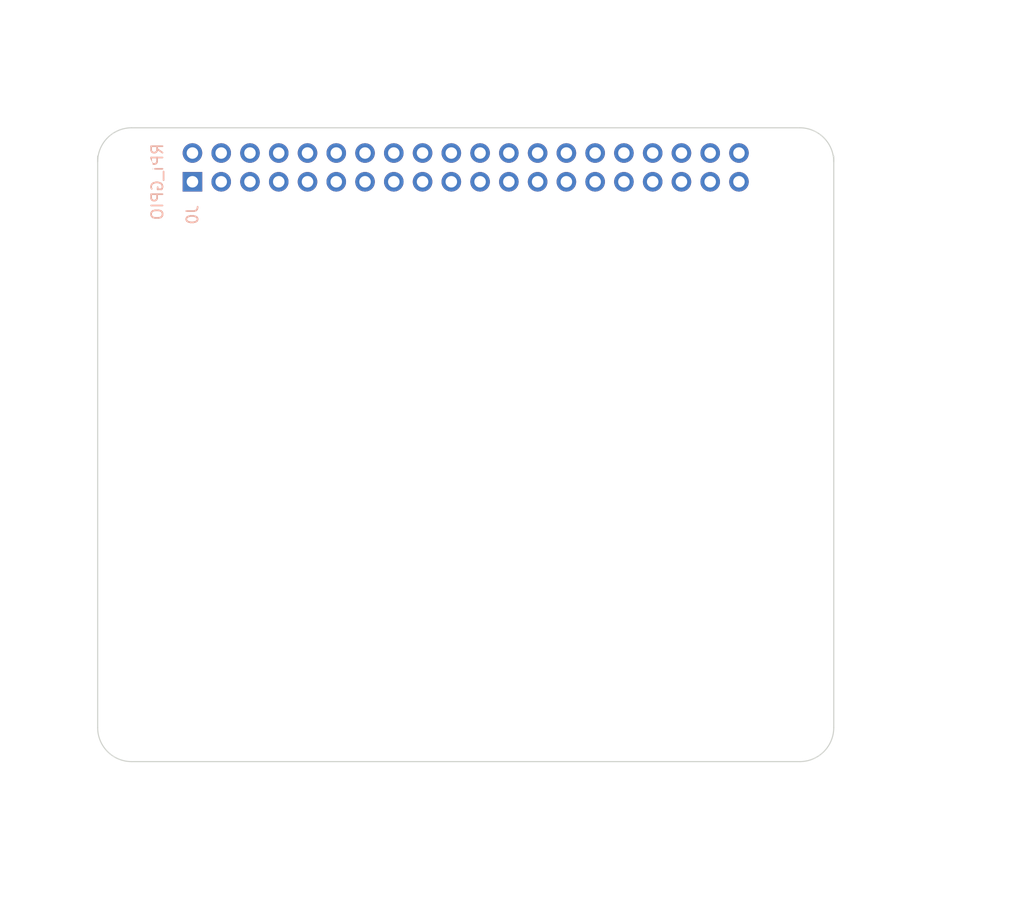
<source format=kicad_pcb>
(kicad_pcb (version 3) (host pcbnew "(2013-june-11)-stable")

  (general
    (links 0)
    (no_connects 0)
    (area 29.28939 20.694 130.847429 101.769)
    (thickness 1.6)
    (drawings 16)
    (tracks 0)
    (zones 0)
    (modules 5)
    (nets 2)
  )

  (page USLetter)
  (title_block 
    (company "Deepwoods Software")
  )

  (layers
    (15 F.Cu signal)
    (0 B.Cu signal)
    (16 B.Adhes user)
    (17 F.Adhes user)
    (18 B.Paste user)
    (19 F.Paste user)
    (20 B.SilkS user)
    (21 F.SilkS user)
    (22 B.Mask user)
    (23 F.Mask user)
    (24 Dwgs.User user)
    (25 Cmts.User user)
    (26 Eco1.User user)
    (27 Eco2.User user)
    (28 Edge.Cuts user)
  )

  (setup
    (last_trace_width 0.25)
    (user_trace_width 0.01)
    (user_trace_width 0.02)
    (user_trace_width 0.05)
    (user_trace_width 0.1)
    (user_trace_width 0.2)
    (trace_clearance 0.2)
    (zone_clearance 0.508)
    (zone_45_only no)
    (trace_min 0.01)
    (segment_width 0.2)
    (edge_width 0.1)
    (via_size 0.6)
    (via_drill 0.4)
    (via_min_size 0.4)
    (via_min_drill 0.3)
    (uvia_size 0.3)
    (uvia_drill 0.1)
    (uvias_allowed no)
    (uvia_min_size 0.2)
    (uvia_min_drill 0.1)
    (pcb_text_width 0.3)
    (pcb_text_size 1.5 1.5)
    (mod_edge_width 0.15)
    (mod_text_size 1 1)
    (mod_text_width 0.15)
    (pad_size 2.75 2.75)
    (pad_drill 2.75)
    (pad_to_mask_clearance 0)
    (aux_axis_origin 0 0)
    (visible_elements 7FFEFFFF)
    (pcbplotparams
      (layerselection 3178497)
      (usegerberextensions false)
      (excludeedgelayer true)
      (linewidth 0.100000)
      (plotframeref false)
      (viasonmask false)
      (mode 1)
      (useauxorigin false)
      (hpglpennumber 1)
      (hpglpenspeed 20)
      (hpglpendiameter 15)
      (hpglpenoverlay 2)
      (psnegative false)
      (psa4output false)
      (plotreference true)
      (plotvalue true)
      (plotothertext true)
      (plotinvisibletext false)
      (padsonsilk false)
      (subtractmaskfromsilk false)
      (outputformat 1)
      (mirror false)
      (drillshape 0)
      (scaleselection 1)
      (outputdirectory meta/))
  )

  (net 0 "")
  (net 1 GND)

  (net_class Default "This is the default net class."
    (clearance 0.2)
    (trace_width 0.25)
    (via_dia 0.6)
    (via_drill 0.4)
    (uvia_dia 0.3)
    (uvia_drill 0.1)
    (add_net "")
    (add_net GND)
  )

  (module RPi_Hat:Pin_Header_Straight_2x20   locked (layer B.Cu) (tedit 580FA54B) (tstamp 5516AEA0)
    (at 70.601 35.394 90)
    (descr "Through hole pin header")
    (tags "pin header")
    (path /5516AE26)
    (fp_text reference J0 (at -4.191 -24.13 90) (layer B.SilkS)
      (effects (font (size 1 1) (thickness 0.15)) (justify mirror))
    )
    (fp_text value RPi_GPIO (at -1.27 -27.23 90) (layer B.SilkS)
      (effects (font (size 1 1) (thickness 0.15)) (justify mirror))
    )
    (fp_line (start -3.02 -25.88) (end -3.02 25.92) (layer Cmts.User) (width 0.05))
    (fp_line (start 3.03 -25.88) (end 3.03 25.92) (layer Cmts.User) (width 0.05))
    (fp_line (start -3.02 -25.88) (end 3.03 -25.88) (layer Cmts.User) (width 0.05))
    (fp_line (start -3.02 25.92) (end 3.03 25.92) (layer Cmts.User) (width 0.05))
    (fp_line (start 2.54 25.4) (end 2.54 -25.4) (layer Cmts.User) (width 0.15))
    (fp_line (start -2.54 -22.86) (end -2.54 25.4) (layer Cmts.User) (width 0.15))
    (fp_line (start 2.54 25.4) (end -2.54 25.4) (layer Cmts.User) (width 0.15))
    (fp_line (start 2.54 -25.4) (end 0 -25.4) (layer Cmts.User) (width 0.15))
    (fp_line (start -1.27 -25.68) (end -2.82 -25.68) (layer Cmts.User) (width 0.15))
    (fp_line (start 0 -25.4) (end 0 -22.86) (layer Cmts.User) (width 0.15))
    (fp_line (start 0 -22.86) (end -2.54 -22.86) (layer Cmts.User) (width 0.15))
    (fp_line (start -2.82 -25.68) (end -2.82 -24.13) (layer Cmts.User) (width 0.15))
    (pad 1 thru_hole rect (at -1.27 -24.13 90) (size 1.7272 1.7272) (drill 1.016)
      (layers *.Cu *.Mask)
    )
    (pad 2 thru_hole oval (at 1.27 -24.13 90) (size 1.7272 1.7272) (drill 1.016)
      (layers *.Cu *.Mask)
    )
    (pad 3 thru_hole oval (at -1.27 -21.59 90) (size 1.7272 1.7272) (drill 1.016)
      (layers *.Cu *.Mask)
    )
    (pad 4 thru_hole oval (at 1.27 -21.59 90) (size 1.7272 1.7272) (drill 1.016)
      (layers *.Cu *.Mask)
    )
    (pad 5 thru_hole oval (at -1.27 -19.05 90) (size 1.7272 1.7272) (drill 1.016)
      (layers *.Cu *.Mask)
    )
    (pad 6 thru_hole oval (at 1.27 -19.05 90) (size 1.7272 1.7272) (drill 1.016)
      (layers *.Cu *.Mask)
    )
    (pad 7 thru_hole oval (at -1.27 -16.51 90) (size 1.7272 1.7272) (drill 1.016)
      (layers *.Cu *.Mask)
    )
    (pad 8 thru_hole oval (at 1.27 -16.51 90) (size 1.7272 1.7272) (drill 1.016)
      (layers *.Cu *.Mask)
    )
    (pad 9 thru_hole oval (at -1.27 -13.97 90) (size 1.7272 1.7272) (drill 1.016)
      (layers *.Cu *.Mask)
    )
    (pad 10 thru_hole oval (at 1.27 -13.97 90) (size 1.7272 1.7272) (drill 1.016)
      (layers *.Cu *.Mask)
    )
    (pad 11 thru_hole oval (at -1.27 -11.43 90) (size 1.7272 1.7272) (drill 1.016)
      (layers *.Cu *.Mask)
    )
    (pad 12 thru_hole oval (at 1.27 -11.43 90) (size 1.7272 1.7272) (drill 1.016)
      (layers *.Cu *.Mask)
    )
    (pad 13 thru_hole oval (at -1.27 -8.89 90) (size 1.7272 1.7272) (drill 1.016)
      (layers *.Cu *.Mask)
    )
    (pad 14 thru_hole oval (at 1.27 -8.89 90) (size 1.7272 1.7272) (drill 1.016)
      (layers *.Cu *.Mask)
    )
    (pad 15 thru_hole oval (at -1.27 -6.35 90) (size 1.7272 1.7272) (drill 1.016)
      (layers *.Cu *.Mask)
    )
    (pad 16 thru_hole oval (at 1.27 -6.35 90) (size 1.7272 1.7272) (drill 1.016)
      (layers *.Cu *.Mask)
    )
    (pad 17 thru_hole oval (at -1.27 -3.81 90) (size 1.7272 1.7272) (drill 1.016)
      (layers *.Cu *.Mask)
    )
    (pad 18 thru_hole oval (at 1.27 -3.81 90) (size 1.7272 1.7272) (drill 1.016)
      (layers *.Cu *.Mask)
    )
    (pad 19 thru_hole oval (at -1.27 -1.27 90) (size 1.7272 1.7272) (drill 1.016)
      (layers *.Cu *.Mask)
    )
    (pad 20 thru_hole oval (at 1.27 -1.27 90) (size 1.7272 1.7272) (drill 1.016)
      (layers *.Cu *.Mask)
      (net 1 GND)
    )
    (pad 21 thru_hole oval (at -1.27 1.27 90) (size 1.7272 1.7272) (drill 1.016)
      (layers *.Cu *.Mask)
    )
    (pad 22 thru_hole oval (at 1.27 1.27 90) (size 1.7272 1.7272) (drill 1.016)
      (layers *.Cu *.Mask)
    )
    (pad 23 thru_hole oval (at -1.27 3.81 90) (size 1.7272 1.7272) (drill 1.016)
      (layers *.Cu *.Mask)
    )
    (pad 24 thru_hole oval (at 1.27 3.81 90) (size 1.7272 1.7272) (drill 1.016)
      (layers *.Cu *.Mask)
    )
    (pad 25 thru_hole oval (at -1.27 6.35 90) (size 1.7272 1.7272) (drill 1.016)
      (layers *.Cu *.Mask)
    )
    (pad 26 thru_hole oval (at 1.27 6.35 90) (size 1.7272 1.7272) (drill 1.016)
      (layers *.Cu *.Mask)
    )
    (pad 27 thru_hole oval (at -1.27 8.89 90) (size 1.7272 1.7272) (drill 1.016)
      (layers *.Cu *.Mask)
    )
    (pad 28 thru_hole oval (at 1.27 8.89 90) (size 1.7272 1.7272) (drill 1.016)
      (layers *.Cu *.Mask)
    )
    (pad 29 thru_hole oval (at -1.27 11.43 90) (size 1.7272 1.7272) (drill 1.016)
      (layers *.Cu *.Mask)
    )
    (pad 30 thru_hole oval (at 1.27 11.43 90) (size 1.7272 1.7272) (drill 1.016)
      (layers *.Cu *.Mask)
    )
    (pad 31 thru_hole oval (at -1.27 13.97 90) (size 1.7272 1.7272) (drill 1.016)
      (layers *.Cu *.Mask)
    )
    (pad 32 thru_hole oval (at 1.27 13.97 90) (size 1.7272 1.7272) (drill 1.016)
      (layers *.Cu *.Mask)
    )
    (pad 33 thru_hole oval (at -1.27 16.51 90) (size 1.7272 1.7272) (drill 1.016)
      (layers *.Cu *.Mask)
    )
    (pad 34 thru_hole oval (at 1.27 16.51 90) (size 1.7272 1.7272) (drill 1.016)
      (layers *.Cu *.Mask)
    )
    (pad 35 thru_hole oval (at -1.27 19.05 90) (size 1.7272 1.7272) (drill 1.016)
      (layers *.Cu *.Mask)
    )
    (pad 36 thru_hole oval (at 1.27 19.05 90) (size 1.7272 1.7272) (drill 1.016)
      (layers *.Cu *.Mask)
    )
    (pad 37 thru_hole oval (at -1.27 21.59 90) (size 1.7272 1.7272) (drill 1.016)
      (layers *.Cu *.Mask)
    )
    (pad 38 thru_hole oval (at 1.27 21.59 90) (size 1.7272 1.7272) (drill 1.016)
      (layers *.Cu *.Mask)
    )
    (pad 39 thru_hole oval (at -1.27 24.13 90) (size 1.7272 1.7272) (drill 1.016)
      (layers *.Cu *.Mask)
    )
    (pad 40 thru_hole oval (at 1.27 24.13 90) (size 1.7272 1.7272) (drill 1.016)
      (layers *.Cu *.Mask)
    )
    (model walter/pin_strip/pin_socket_20x2.wrl
      (at (xyz 0 0 0))
      (scale (xyz 1 1 1))
      (rotate (xyz 0 0 90))
    )
    (model walter/pin_strip/pin_strip_20x2.wrl
      (at (xyz 0 0 0.03125))
      (scale (xyz 1 1 1))
      (rotate (xyz 180 0 90))
    )
  )

  (module RPi_Hat:RPi_Hat_Mounting_Hole   locked (layer B.Cu) (tedit 580FABD5) (tstamp 5515DEA9)
    (at 99.601 35.394)
    (descr "Mounting hole, Befestigungsbohrung, 2,7mm, No Annular, Kein Restring,")
    (tags "Mounting hole, Befestigungsbohrung, 2,7mm, No Annular, Kein Restring,")
    (fp_text reference H2 (at 0 -4.0005) (layer B.SilkS) hide
      (effects (font (size 1 1) (thickness 0.15)) (justify mirror))
    )
    (fp_text value "" (at 0.09906 3.59918) (layer B.SilkS) hide
      (effects (font (size 1 1) (thickness 0.15)) (justify mirror))
    )
    (fp_circle (center 0 0) (end 1.375 0) (layer Cmts.User) (width 0.15))
    (fp_circle (center 0 0) (end 3.1 0) (layer Cmts.User) (width 0.15))
    (fp_circle (center 0 0) (end 3.1 0) (layer Cmts.User) (width 0.15))
    (fp_circle (center 0 0) (end 1.375 0) (layer Cmts.User) (width 0.15))
    (fp_circle (center 0 0) (end 3.1 0) (layer Cmts.User) (width 0.15))
    (fp_circle (center 0 0) (end 3.1 0) (layer Cmts.User) (width 0.15))
    (pad "" np_thru_hole circle (at 0 0) (size 2.75 2.75) (drill 2.75)
      (layers *.Cu *.Mask)
      (solder_mask_margin 1.725)
      (clearance 1.725)
    )
  )

  (module RPi_Hat:RPi_Hat_Mounting_Hole   locked (layer B.Cu) (tedit 580FABF4) (tstamp 55169DC9)
    (at 99.601 84.394)
    (descr "Mounting hole, Befestigungsbohrung, 2,7mm, No Annular, Kein Restring,")
    (tags "Mounting hole, Befestigungsbohrung, 2,7mm, No Annular, Kein Restring,")
    (fp_text reference H4 (at 0 -4.0005) (layer B.SilkS) hide
      (effects (font (size 1 1) (thickness 0.15)) (justify mirror))
    )
    (fp_text value "" (at 0.09906 3.59918) (layer B.SilkS) hide
      (effects (font (size 1 1) (thickness 0.15)) (justify mirror))
    )
    (fp_circle (center 0 0) (end 1.375 0) (layer Cmts.User) (width 0.15))
    (fp_circle (center 0 0) (end 3.1 0) (layer Cmts.User) (width 0.15))
    (fp_circle (center 0 0) (end 3.1 0) (layer Cmts.User) (width 0.15))
    (fp_circle (center 0 0) (end 1.375 0) (layer Cmts.User) (width 0.15))
    (fp_circle (center 0 0) (end 3.1 0) (layer Cmts.User) (width 0.15))
    (fp_circle (center 0 0) (end 3.1 0) (layer Cmts.User) (width 0.15))
    (pad "" np_thru_hole circle (at 0 0) (size 2.75 2.75) (drill 2.75)
      (layers *.Cu *.Mask)
      (solder_mask_margin 1.725)
      (clearance 1.725)
    )
  )

  (module RPi_Hat:RPi_Hat_Mounting_Hole   locked (layer B.Cu) (tedit 580FABE5) (tstamp 5515DECC)
    (at 41.601 84.394)
    (descr "Mounting hole, Befestigungsbohrung, 2,7mm, No Annular, Kein Restring,")
    (tags "Mounting hole, Befestigungsbohrung, 2,7mm, No Annular, Kein Restring,")
    (fp_text reference H3 (at 0 -4.0005) (layer B.SilkS) hide
      (effects (font (size 1 1) (thickness 0.15)) (justify mirror))
    )
    (fp_text value "" (at 0.09906 3.59918) (layer B.SilkS) hide
      (effects (font (size 1 1) (thickness 0.15)) (justify mirror))
    )
    (fp_circle (center 0 0) (end 1.375 0) (layer Cmts.User) (width 0.15))
    (fp_circle (center 0 0) (end 3.1 0) (layer Cmts.User) (width 0.15))
    (fp_circle (center 0 0) (end 3.1 0) (layer Cmts.User) (width 0.15))
    (fp_circle (center 0 0) (end 1.375 0) (layer Cmts.User) (width 0.15))
    (fp_circle (center 0 0) (end 3.1 0) (layer Cmts.User) (width 0.15))
    (fp_circle (center 0 0) (end 3.1 0) (layer Cmts.User) (width 0.15))
    (pad "" np_thru_hole circle (at 0 0) (size 2.75 2.75) (drill 2.75)
      (layers *.Cu *.Mask)
      (solder_mask_margin 1.725)
      (clearance 1.725)
    )
  )

  (module RPi_Hat:RPi_Hat_Mounting_Hole   locked (layer B.Cu) (tedit 580FABC5) (tstamp 5515DEBF)
    (at 41.601 35.394)
    (descr "Mounting hole, Befestigungsbohrung, 2,7mm, No Annular, Kein Restring,")
    (tags "Mounting hole, Befestigungsbohrung, 2,7mm, No Annular, Kein Restring,")
    (fp_text reference H1 (at 0 -4.0005) (layer B.SilkS) hide
      (effects (font (size 1 1) (thickness 0.15)) (justify mirror))
    )
    (fp_text value "" (at 0.09906 3.59918) (layer B.SilkS) hide
      (effects (font (size 1 1) (thickness 0.15)) (justify mirror))
    )
    (fp_circle (center 0 0) (end 1.375 0) (layer Cmts.User) (width 0.15))
    (fp_circle (center 0 0) (end 3.1 0) (layer Cmts.User) (width 0.15))
    (fp_circle (center 0 0) (end 3.1 0) (layer Cmts.User) (width 0.15))
    (fp_circle (center 0 0) (end 1.375 0) (layer Cmts.User) (width 0.15))
    (fp_circle (center 0 0) (end 3.1 0) (layer Cmts.User) (width 0.15))
    (fp_circle (center 0 0) (end 3.1 0) (layer Cmts.User) (width 0.15))
    (pad "" np_thru_hole circle (at 0 0) (size 2.75 2.75) (drill 2.75)
      (layers *.Cu *.Mask)
      (solder_mask_margin 1.725)
      (clearance 1.725)
    )
  )

  (gr_arc (start 41.101 34.894) (end 38.101 34.894) (angle 90) (layer Edge.Cuts) (width 0.1) (tstamp 5516A6F0))
  (gr_text "Dimensions taken from\nhttps://github.com/raspberrypi/hats/blob/master/hat-board-mechanical.pdf" (at 74.601 98.394) (layer Cmts.User)
    (effects (font (size 1.5 1.5) (thickness 0.15) italic))
  )
  (dimension 56 (width 0.15) (layer Cmts.User)
    (gr_text "56 mm (Thru-hole socket J2)" (at 113.451 59.894 270) (layer Cmts.User)
      (effects (font (size 1.5 1.5) (thickness 0.15)))
    )
    (feature1 (pts (xy 104.101 87.894) (xy 114.801 87.894)))
    (feature2 (pts (xy 104.101 31.894) (xy 114.801 31.894)))
    (crossbar (pts (xy 112.101 31.894) (xy 112.101 87.894)))
    (arrow1a (pts (xy 112.101 87.894) (xy 111.514579 86.767496)))
    (arrow1b (pts (xy 112.101 87.894) (xy 112.687421 86.767496)))
    (arrow2a (pts (xy 112.101 31.894) (xy 111.514579 33.020504)))
    (arrow2b (pts (xy 112.101 31.894) (xy 112.687421 33.020504)))
  )
  (gr_arc (start 100.101 34.894) (end 100.101 31.894) (angle 90) (layer Edge.Cuts) (width 0.1) (tstamp 5516A74C))
  (gr_line (start 41.101 31.894) (end 100.101 31.894) (angle 90) (layer Edge.Cuts) (width 0.1) (tstamp 5516A726))
  (dimension 3.5 (width 0.15) (layer Cmts.User)
    (gr_text "3.5 mm" (at 46.601 91.394) (layer Cmts.User)
      (effects (font (size 1.5 1.5) (thickness 0.15)))
    )
    (feature1 (pts (xy 41.601 88.894) (xy 41.601 94.094)))
    (feature2 (pts (xy 38.101 88.894) (xy 38.101 94.094)))
    (crossbar (pts (xy 38.101 91.394) (xy 41.601 91.394)))
    (arrow1a (pts (xy 41.601 91.394) (xy 40.474496 91.980421)))
    (arrow1b (pts (xy 41.601 91.394) (xy 40.474496 90.807579)))
    (arrow2a (pts (xy 38.101 91.394) (xy 39.227504 91.980421)))
    (arrow2b (pts (xy 38.101 91.394) (xy 39.227504 90.807579)))
  )
  (dimension 3.5 (width 0.15) (layer Cmts.User) (tstamp 55169E80)
    (gr_text "3.5 mm" (at 48.351 79.644 270) (layer Cmts.User) (tstamp 55169E81)
      (effects (font (size 1.5 1.5) (thickness 0.15)))
    )
    (feature1 (pts (xy 45.101 87.894) (xy 50.801 87.894)))
    (feature2 (pts (xy 45.101 84.394) (xy 50.801 84.394)))
    (crossbar (pts (xy 48.101 84.394) (xy 48.101 87.894)))
    (arrow1a (pts (xy 48.101 87.894) (xy 47.514579 86.767496)))
    (arrow1b (pts (xy 48.101 87.894) (xy 48.687421 86.767496)))
    (arrow2a (pts (xy 48.101 84.394) (xy 47.514579 85.520504)))
    (arrow2b (pts (xy 48.101 84.394) (xy 48.687421 85.520504)))
  )
  (dimension 49 (width 0.15) (layer Cmts.User)
    (gr_text "49 mm" (at 108.450999 59.894 270) (layer Cmts.User)
      (effects (font (size 1.5 1.5) (thickness 0.15)))
    )
    (feature1 (pts (xy 104.101 84.394) (xy 109.800999 84.394)))
    (feature2 (pts (xy 104.101 35.394) (xy 109.800999 35.394)))
    (crossbar (pts (xy 107.100999 35.394) (xy 107.100999 84.394)))
    (arrow1a (pts (xy 107.100999 84.394) (xy 106.514578 83.267496)))
    (arrow1b (pts (xy 107.100999 84.394) (xy 107.68742 83.267496)))
    (arrow2a (pts (xy 107.100999 35.394) (xy 106.514578 36.520504)))
    (arrow2b (pts (xy 107.100999 35.394) (xy 107.68742 36.520504)))
  )
  (dimension 29 (width 0.15) (layer Cmts.User)
    (gr_text "29 mm" (at 56.101 43.243999) (layer Cmts.User)
      (effects (font (size 1.5 1.5) (thickness 0.15)))
    )
    (feature1 (pts (xy 70.601 39.394) (xy 70.601 44.593999)))
    (feature2 (pts (xy 41.601 39.394) (xy 41.601 44.593999)))
    (crossbar (pts (xy 41.601 41.893999) (xy 70.601 41.893999)))
    (arrow1a (pts (xy 70.601 41.893999) (xy 69.474496 42.48042)))
    (arrow1b (pts (xy 70.601 41.893999) (xy 69.474496 41.307578)))
    (arrow2a (pts (xy 41.601 41.893999) (xy 42.727504 42.48042)))
    (arrow2b (pts (xy 41.601 41.893999) (xy 42.727504 41.307578)))
  )
  (dimension 58 (width 0.15) (layer Cmts.User)
    (gr_text "58 mm" (at 70.601 26.544) (layer Cmts.User)
      (effects (font (size 1.5 1.5) (thickness 0.15)))
    )
    (feature1 (pts (xy 99.601 30.394) (xy 99.601 25.194)))
    (feature2 (pts (xy 41.601 30.394) (xy 41.601 25.194)))
    (crossbar (pts (xy 41.601 27.894) (xy 99.601 27.894)))
    (arrow1a (pts (xy 99.601 27.894) (xy 98.474496 28.480421)))
    (arrow1b (pts (xy 99.601 27.894) (xy 98.474496 27.307579)))
    (arrow2a (pts (xy 41.601 27.894) (xy 42.727504 28.480421)))
    (arrow2b (pts (xy 41.601 27.894) (xy 42.727504 27.307579)))
  )
  (dimension 65 (width 0.15) (layer Cmts.User)
    (gr_text "65 mm" (at 70.601 22.044) (layer Cmts.User)
      (effects (font (size 1.5 1.5) (thickness 0.15)))
    )
    (feature1 (pts (xy 103.101 30.394) (xy 103.101 20.694)))
    (feature2 (pts (xy 38.101 30.394) (xy 38.101 20.694)))
    (crossbar (pts (xy 38.101 23.394) (xy 103.101 23.394)))
    (arrow1a (pts (xy 103.101 23.394) (xy 101.974496 23.980421)))
    (arrow1b (pts (xy 103.101 23.394) (xy 101.974496 22.807579)))
    (arrow2a (pts (xy 38.101 23.394) (xy 39.227504 23.980421)))
    (arrow2b (pts (xy 38.101 23.394) (xy 39.227504 22.807579)))
  )
  (gr_arc (start 100.101 84.894) (end 103.101 84.894) (angle 90) (layer Edge.Cuts) (width 0.1) (tstamp 55157FFB))
  (gr_arc (start 41.101 84.894) (end 41.101 87.894) (angle 90) (layer Edge.Cuts) (width 0.1) (tstamp 55157FCE))
  (gr_line (start 38.101 34.394) (end 38.101 84.894) (layer Edge.Cuts) (width 0.1))
  (gr_line (start 41.101 87.894) (end 100.101 87.894) (angle 90) (layer Edge.Cuts) (width 0.1))
  (gr_line (start 103.101 34.394) (end 103.101 84.894) (angle 90) (layer Edge.Cuts) (width 0.1))

)

</source>
